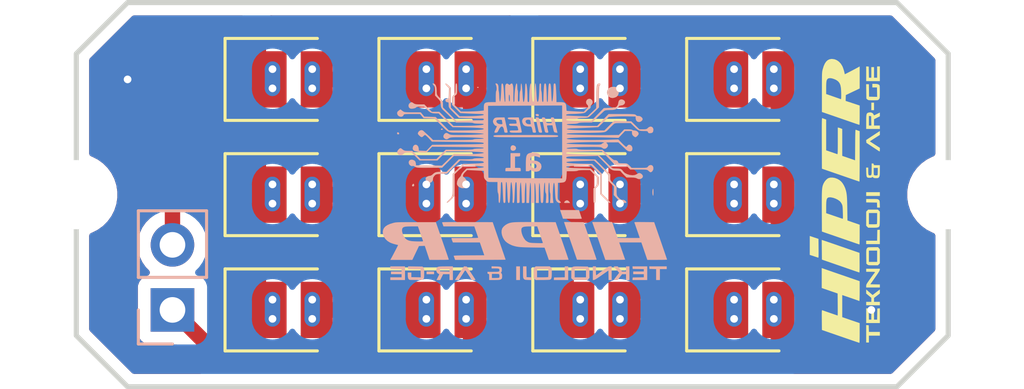
<source format=kicad_pcb>
(kicad_pcb (version 20240108) (generator "pcbnew") (generator_version "8.0")
  (layers (0 "F.Cu" signal) (31 "B.Cu" signal) (34 "B.Paste" user) (35 "F.Paste" user) (36 "B.SilkS" user "B.Silkscreen") (37 "F.SilkS" user "F.Silkscreen") (38 "B.Mask" user) (39 "F.Mask" user) (44 "Edge.Cuts" user))
  (net 0 "")
  (net 1 "/-LEDs-")
  (net 2 "/+24V+")
  (net 3 "Net-(L1-A)")
  (net 4 "Net-(L2-A)")
  (net 5 "Net-(L3-A)")
  (net 6 "Net-(L4-A)")
  (net 7 "Net-(L5-A)")
  (net 8 "Earth_Clean")
  (net 9 "Net-(L7-A)")
  (net 10 "Net-(L8-A)")
  (net 11 "Net-(L10-K)")
  (net 12 "Net-(L10-A)")
  (net 13 "Net-(L11-A)")
  (footprint "LED_SMD:LED_PLCC_2835" (layer "F.Cu") (at 30 23)
    (property "Reference" "L2" (hide yes))
    (property "Value" "LED" (hide yes))
    (pad "1" smd rect (at -0.9 0) (size 2.2 2.2) (layers "F.Cu" "F.Paste" "F.Mask") (net 3 "Net-(L1-A)"))
    (pad "1" thru_hole circle (at -0.35 -0.4) (size 0.6 0.6) (drill 0.3) (layers "*.Cu") (net 3 "Net-(L1-A)"))
    (pad "1" thru_hole circle (at -0.35 0.35) (size 0.6 0.6) (drill 0.3) (layers "*.Cu") (net 3 "Net-(L1-A)"))
    (pad "2" thru_hole circle (at 1.2 -0.4) (size 0.6 0.6) (drill 0.3) (layers "*.Cu") (net 4 "Net-(L2-A)"))
    (pad "2" thru_hole circle (at 1.2 0.35) (size 0.6 0.6) (drill 0.3) (layers "*.Cu") (net 4 "Net-(L2-A)"))
    (pad "2" smd rect (at 1.375 0) (size 1.25 2.2) (layers "F.Cu" "F.Paste" "F.Mask") (net 4 "Net-(L2-A)"))
  )
  (footprint "LED_SMD:LED_PLCC_2835" (layer "F.Cu") (at 30 27.5)
    (property "Reference" "L4" (hide yes))
    (property "Value" "LED" (hide yes))
    (pad "1" smd rect (at -0.9 0) (size 2.2 2.2) (layers "F.Cu" "F.Paste" "F.Mask") (net 5 "Net-(L3-A)"))
    (pad "1" thru_hole circle (at -0.35 -0.4) (size 0.6 0.6) (drill 0.3) (layers "*.Cu") (net 5 "Net-(L3-A)"))
    (pad "1" thru_hole circle (at -0.35 0.35) (size 0.6 0.6) (drill 0.3) (layers "*.Cu") (net 5 "Net-(L3-A)"))
    (pad "2" thru_hole circle (at 1.2 -0.4) (size 0.6 0.6) (drill 0.3) (layers "*.Cu") (net 6 "Net-(L4-A)"))
    (pad "2" thru_hole circle (at 1.2 0.35) (size 0.6 0.6) (drill 0.3) (layers "*.Cu") (net 6 "Net-(L4-A)"))
    (pad "2" smd rect (at 1.375 0) (size 1.25 2.2) (layers "F.Cu" "F.Paste" "F.Mask") (net 6 "Net-(L4-A)"))
  )
  (footprint "LED_SMD:LED_PLCC_2835" (layer "F.Cu") (at 36 23)
    (property "Reference" "L7" (hide yes))
    (property "Value" "LED" (hide yes))
    (pad "1" smd rect (at -0.9 0) (size 2.2 2.2) (layers "F.Cu" "F.Paste" "F.Mask") (net 1 "/-LEDs-"))
    (pad "1" thru_hole circle (at -0.35 -0.4) (size 0.6 0.6) (drill 0.3) (layers "*.Cu") (net 1 "/-LEDs-"))
    (pad "1" thru_hole circle (at -0.35 0.35) (size 0.6 0.6) (drill 0.3) (layers "*.Cu") (net 1 "/-LEDs-"))
    (pad "2" thru_hole circle (at 1.2 -0.4) (size 0.6 0.6) (drill 0.3) (layers "*.Cu") (net 9 "Net-(L7-A)"))
    (pad "2" thru_hole circle (at 1.2 0.35) (size 0.6 0.6) (drill 0.3) (layers "*.Cu") (net 9 "Net-(L7-A)"))
    (pad "2" smd rect (at 1.375 0) (size 1.25 2.2) (layers "F.Cu" "F.Paste" "F.Mask") (net 9 "Net-(L7-A)"))
  )
  (footprint "LED_SMD:LED_PLCC_2835" (layer "F.Cu") (at 36 27.5)
    (property "Reference" "L9" (hide yes))
    (property "Value" "LED" (hide yes))
    (pad "1" smd rect (at -0.9 0) (size 2.2 2.2) (layers "F.Cu" "F.Paste" "F.Mask") (net 10 "Net-(L8-A)"))
    (pad "1" thru_hole circle (at -0.35 -0.4) (size 0.6 0.6) (drill 0.3) (layers "*.Cu") (net 10 "Net-(L8-A)"))
    (pad "1" thru_hole circle (at -0.35 0.35) (size 0.6 0.6) (drill 0.3) (layers "*.Cu") (net 10 "Net-(L8-A)"))
    (pad "2" thru_hole circle (at 1.2 -0.4) (size 0.6 0.6) (drill 0.3) (layers "*.Cu") (net 11 "Net-(L10-K)"))
    (pad "2" thru_hole circle (at 1.2 0.35) (size 0.6 0.6) (drill 0.3) (layers "*.Cu") (net 11 "Net-(L10-K)"))
    (pad "2" smd rect (at 1.375 0) (size 1.25 2.2) (layers "F.Cu" "F.Paste" "F.Mask") (net 11 "Net-(L10-K)"))
  )
  (footprint "LED_SMD:LED_PLCC_2835" (layer "F.Cu") (at 24 23)
    (property "Reference" "L1" (hide yes))
    (property "Value" "LED" (hide yes))
    (pad "1" smd rect (at -0.9 0) (size 2.2 2.2) (layers "F.Cu" "F.Paste" "F.Mask") (net 1 "/-LEDs-"))
    (pad "1" thru_hole circle (at -0.35 -0.4) (size 0.6 0.6) (drill 0.3) (layers "*.Cu") (net 1 "/-LEDs-"))
    (pad "1" thru_hole circle (at -0.35 0.35) (size 0.6 0.6) (drill 0.3) (layers "*.Cu") (net 1 "/-LEDs-"))
    (pad "2" thru_hole circle (at 1.2 -0.4) (size 0.6 0.6) (drill 0.3) (layers "*.Cu") (net 3 "Net-(L1-A)"))
    (pad "2" thru_hole circle (at 1.2 0.35) (size 0.6 0.6) (drill 0.3) (layers "*.Cu") (net 3 "Net-(L1-A)"))
    (pad "2" smd rect (at 1.375 0) (size 1.25 2.2) (layers "F.Cu" "F.Paste" "F.Mask") (net 3 "Net-(L1-A)"))
  )
  (footprint "LED_SMD:LED_PLCC_2835" (layer "F.Cu") (at 24 27.5)
    (property "Reference" "L3" (hide yes))
    (property "Value" "LED" (hide yes))
    (pad "1" smd rect (at -0.9 0) (size 2.2 2.2) (layers "F.Cu" "F.Paste" "F.Mask") (net 4 "Net-(L2-A)"))
    (pad "1" thru_hole circle (at -0.35 -0.4) (size 0.6 0.6) (drill 0.3) (layers "*.Cu") (net 4 "Net-(L2-A)"))
    (pad "1" thru_hole circle (at -0.35 0.35) (size 0.6 0.6) (drill 0.3) (layers "*.Cu") (net 4 "Net-(L2-A)"))
    (pad "2" thru_hole circle (at 1.2 -0.4) (size 0.6 0.6) (drill 0.3) (layers "*.Cu") (net 5 "Net-(L3-A)"))
    (pad "2" thru_hole circle (at 1.2 0.35) (size 0.6 0.6) (drill 0.3) (layers "*.Cu") (net 5 "Net-(L3-A)"))
    (pad "2" smd rect (at 1.375 0) (size 1.25 2.2) (layers "F.Cu" "F.Paste" "F.Mask") (net 5 "Net-(L3-A)"))
  )
  (footprint "LED_SMD:LED_PLCC_2835" (layer "F.Cu") (at 42 27.5)
    (property "Reference" "L10" (hide yes))
    (property "Value" "LED" (hide yes))
    (pad "1" smd rect (at -0.9 0) (size 2.2 2.2) (layers "F.Cu" "F.Paste" "F.Mask") (net 11 "Net-(L10-K)"))
    (pad "1" thru_hole circle (at -0.35 -0.4) (size 0.6 0.6) (drill 0.3) (layers "*.Cu") (net 11 "Net-(L10-K)"))
    (pad "1" thru_hole circle (at -0.35 0.35) (size 0.6 0.6) (drill 0.3) (layers "*.Cu") (net 11 "Net-(L10-K)"))
    (pad "2" thru_hole circle (at 1.2 -0.4) (size 0.6 0.6) (drill 0.3) (layers "*.Cu") (net 12 "Net-(L10-A)"))
    (pad "2" thru_hole circle (at 1.2 0.35) (size 0.6 0.6) (drill 0.3) (layers "*.Cu") (net 12 "Net-(L10-A)"))
    (pad "2" smd rect (at 1.375 0) (size 1.25 2.2) (layers "F.Cu" "F.Paste" "F.Mask") (net 12 "Net-(L10-A)"))
  )
  (footprint "LED_SMD:LED_PLCC_2835" (layer "F.Cu") (at 42 23)
    (property "Reference" "L8" (hide yes))
    (property "Value" "LED" (hide yes))
    (pad "1" smd rect (at -0.9 0) (size 2.2 2.2) (layers "F.Cu" "F.Paste" "F.Mask") (net 9 "Net-(L7-A)"))
    (pad "1" thru_hole circle (at -0.35 -0.4) (size 0.6 0.6) (drill 0.3) (layers "*.Cu") (net 9 "Net-(L7-A)"))
    (pad "1" thru_hole circle (at -0.35 0.35) (size 0.6 0.6) (drill 0.3) (layers "*.Cu") (net 9 "Net-(L7-A)"))
    (pad "2" thru_hole circle (at 1.2 -0.4) (size 0.6 0.6) (drill 0.3) (layers "*.Cu") (net 10 "Net-(L8-A)"))
    (pad "2" thru_hole circle (at 1.2 0.35) (size 0.6 0.6) (drill 0.3) (layers "*.Cu") (net 10 "Net-(L8-A)"))
    (pad "2" smd rect (at 1.375 0) (size 1.25 2.2) (layers "F.Cu" "F.Paste" "F.Mask") (net 10 "Net-(L8-A)"))
  )
  (footprint "LED_SMD:LED_PLCC_2835" (layer "F.Cu") (at 30 32)
    (property "Reference" "L6" (hide yes))
    (property "Value" "LED" (hide yes))
    (pad "1" smd rect (at -0.9 0) (size 2.2 2.2) (layers "F.Cu" "F.Paste" "F.Mask") (net 7 "Net-(L5-A)"))
    (pad "1" thru_hole circle (at -0.35 -0.4) (size 0.6 0.6) (drill 0.3) (layers "*.Cu") (net 7 "Net-(L5-A)"))
    (pad "1" thru_hole circle (at -0.35 0.35) (size 0.6 0.6) (drill 0.3) (layers "*.Cu") (net 7 "Net-(L5-A)"))
    (pad "2" thru_hole circle (at 1.2 -0.4) (size 0.6 0.6) (drill 0.3) (layers "*.Cu") (net 2 "/+24V+"))
    (pad "2" thru_hole circle (at 1.2 0.35) (size 0.6 0.6) (drill 0.3) (layers "*.Cu") (net 2 "/+24V+"))
    (pad "2" smd rect (at 1.375 0) (size 1.25 2.2) (layers "F.Cu" "F.Paste" "F.Mask") (net 2 "/+24V+"))
  )
  (footprint "LOGO" (layer "F.Cu") (at 46 27.75 90)
    (property "Reference" "hiper" (hide yes))
    (property "Value" "LOGO" (hide yes))
  )
  (footprint "LED_SMD:LED_PLCC_2835" (layer "F.Cu") (at 36 32)
    (property "Reference" "L11" (hide yes))
    (property "Value" "LED" (hide yes))
    (pad "1" smd rect (at -0.9 0) (size 2.2 2.2) (layers "F.Cu" "F.Paste" "F.Mask") (net 12 "Net-(L10-A)"))
    (pad "1" thru_hole circle (at -0.35 -0.4) (size 0.6 0.6) (drill 0.3) (layers "*.Cu") (net 12 "Net-(L10-A)"))
    (pad "1" thru_hole circle (at -0.35 0.35) (size 0.6 0.6) (drill 0.3) (layers "*.Cu") (net 12 "Net-(L10-A)"))
    (pad "2" thru_hole circle (at 1.2 -0.4) (size 0.6 0.6) (drill 0.3) (layers "*.Cu") (net 13 "Net-(L11-A)"))
    (pad "2" thru_hole circle (at 1.2 0.35) (size 0.6 0.6) (drill 0.3) (layers "*.Cu") (net 13 "Net-(L11-A)"))
    (pad "2" smd rect (at 1.375 0) (size 1.25 2.2) (layers "F.Cu" "F.Paste" "F.Mask") (net 13 "Net-(L11-A)"))
  )
  (footprint "LED_SMD:LED_PLCC_2835" (layer "F.Cu") (at 24 32)
    (property "Reference" "L5" (hide yes))
    (property "Value" "LED" (hide yes))
    (pad "1" smd rect (at -0.9 0) (size 2.2 2.2) (layers "F.Cu" "F.Paste" "F.Mask") (net 6 "Net-(L4-A)"))
    (pad "1" thru_hole circle (at -0.35 -0.4) (size 0.6 0.6) (drill 0.3) (layers "*.Cu") (net 6 "Net-(L4-A)"))
    (pad "1" thru_hole circle (at -0.35 0.35) (size 0.6 0.6) (drill 0.3) (layers "*.Cu") (net 6 "Net-(L4-A)"))
    (pad "2" thru_hole circle (at 1.2 -0.4) (size 0.6 0.6) (drill 0.3) (layers "*.Cu") (net 7 "Net-(L5-A)"))
    (pad "2" thru_hole circle (at 1.2 0.35) (size 0.6 0.6) (drill 0.3) (layers "*.Cu") (net 7 "Net-(L5-A)"))
    (pad "2" smd rect (at 1.375 0) (size 1.25 2.2) (layers "F.Cu" "F.Paste" "F.Mask") (net 7 "Net-(L5-A)"))
  )
  (footprint "NetTie:NetTie-2_SMD_Pad0.5mm" (layer "F.Cu") (at 19.5 22)
    (property "Reference" "CMN1" (hide yes))
    (property "Value" "EarthClean" (hide yes))
    (fp_poly (pts (xy -0.5 -0.25) (xy 0.5 -0.25) (xy 0.5 0.25) (xy -0.5 0.25)) (fill solid) (layer "F.Cu"))
    (pad "1" smd circle (at -0.5 0) (size 0.5 0.5) (layers "F.Cu") (net 8 "Earth_Clean"))
    (pad "2" smd circle (at 0.5 0) (size 0.5 0.5) (layers "F.Cu") (net 8 "Earth_Clean"))
  )
  (footprint "MountingHole:MountingHole_2.7mm_M2.5" (layer "F.Cu") (at 50 27.5)
    (property "Reference" "H1" (hide yes))
    (property "Value" "MountingHole_2.7mm_M2.5" (hide yes))
    (pad "" np_thru_hole circle (at 0 0) (size 2.7 2.7) (drill 2.7) (layers "*.Cu" "*.Mask"))
  )
  (footprint "MountingHole:MountingHole_2.7mm_M2.5" (layer "F.Cu") (at 16 27.5)
    (property "Reference" "H1" (hide yes))
    (property "Value" "MountingHole_2.7mm_M2.5" (hide yes))
    (pad "" np_thru_hole circle (at 0 0) (size 2.7 2.7) (drill 2.7) (layers "F&B.Cu" "*.Mask"))
  )
  (footprint "LED_SMD:LED_PLCC_2835" (layer "F.Cu") (at 42 32)
    (property "Reference" "L12" (hide yes))
    (property "Value" "LED" (hide yes))
    (pad "1" smd rect (at -0.9 0) (size 2.2 2.2) (layers "F.Cu" "F.Paste" "F.Mask") (net 13 "Net-(L11-A)"))
    (pad "1" thru_hole circle (at -0.35 -0.4) (size 0.6 0.6) (drill 0.3) (layers "*.Cu") (net 13 "Net-(L11-A)"))
    (pad "1" thru_hole circle (at -0.35 0.35) (size 0.6 0.6) (drill 0.3) (layers "*.Cu") (net 13 "Net-(L11-A)"))
    (pad "2" thru_hole circle (at 1.2 -0.4) (size 0.6 0.6) (drill 0.3) (layers "*.Cu") (net 2 "/+24V+"))
    (pad "2" thru_hole circle (at 1.2 0.35) (size 0.6 0.6) (drill 0.3) (layers "*.Cu") (net 2 "/+24V+"))
    (pad "2" smd rect (at 1.375 0) (size 1.25 2.2) (layers "F.Cu" "F.Paste" "F.Mask") (net 2 "/+24V+"))
  )
  (footprint "LOGO" (layer "B.Cu") (at 33.506154 25.479934 180)
    (property "Reference" "ai" (hide yes))
    (property "Value" "LOGO" (hide yes))
  )
  (footprint "Connector_PinHeader_2.54mm:PinHeader_1x02_P2.54mm_Vertical" (layer "B.Cu") (at 19.75 32)
    (property "Reference" "J1" (hide yes))
    (property "Value" "2pin connector" (hide yes))
    (pad "1" thru_hole rect (at 0 0) (size 1.7 1.7) (drill 1) (layers "*.Cu" "*.Mask") (net 2 "/+24V+"))
    (pad "2" thru_hole oval (at 0 -2.54) (size 1.7 1.7) (drill 1) (layers "*.Cu" "*.Mask") (net 1 "/-LEDs-"))
  )
  (footprint "LOGO" (layer "B.Cu") (at 33.5 29.5 180)
    (property "Reference" "hiper" (hide yes))
    (property "Value" "LOGO" (hide yes))
  )
  (gr_poly (pts (xy 16 22) (xy 18 20) (xy 48 20) (xy 50 22) (xy 50 33) (xy 48 35) (xy 18 35) (xy 16 33)) (stroke (width 0.2)) (fill none) (layer "Edge.Cuts"))
  (segment (start 32.9 20.8) (end 35.1 23) (width 0.6) (layer "F.Cu") (net 1))
  (segment (start 23.1 23) (end 23.1 21.3) (width 0.6) (layer "F.Cu") (net 1))
  (segment (start 23.1 21.3) (end 23.6 20.8) (width 0.6) (layer "F.Cu") (net 1))
  (segment (start 19.75 26.35) (end 23.1 23) (width 0.6) (layer "F.Cu") (net 1))
  (segment (start 23.6 20.8) (end 32.9 20.8) (width 0.6) (layer "F.Cu") (net 1))
  (segment (start 19.75 29.46) (end 19.75 26.35) (width 0.6) (layer "F.Cu") (net 1))
  (segment (start 23.65 22.6) (end 23.65 23.35) (width 0.6) (layer "B.Cu") (net 1))
  (segment (start 35.65 22.6) (end 35.65 23.35) (width 0.6) (layer "B.Cu") (net 1))
  (segment (start 31.375 34) (end 21.75 34) (width 0.6) (layer "F.Cu") (net 2))
  (segment (start 31.375 32) (end 31.375 34) (width 0.6) (layer "F.Cu") (net 2))
  (segment (start 21.75 34) (end 19.75 32) (width 0.6) (layer "F.Cu") (net 2))
  (segment (start 43.375 33.7) (end 43.075 34) (width 0.6) (layer "F.Cu") (net 2))
  (segment (start 43.375 32) (end 43.375 33.7) (width 0.6) (layer "F.Cu") (net 2))
  (segment (start 43.075 34) (end 31.375 34) (width 0.6) (layer "F.Cu") (net 2))
  (segment (start 43.2 31.6) (end 43.2 32.35) (width 0.6) (layer "B.Cu") (net 2))
  (segment (start 31.2 31.6) (end 31.2 32.35) (width 0.6) (layer "B.Cu") (net 2))
  (segment (start 25.375 23) (end 29.1 23) (width 0.6) (layer "F.Cu") (net 3))
  (segment (start 25.2 22.6) (end 25.2 23.35) (width 0.6) (layer "B.Cu") (net 3))
  (segment (start 29.65 22.6) (end 29.65 23.35) (width 0.6) (layer "B.Cu") (net 3))
  (segment (start 31.375 23) (end 31.375 24.7) (width 0.6) (layer "F.Cu") (net 4))
  (segment (start 30.771842 25.303158) (end 23.596842 25.303158) (width 0.6) (layer "F.Cu") (net 4))
  (segment (start 23.596842 25.303158) (end 23.1 25.8) (width 0.6) (layer "F.Cu") (net 4))
  (segment (start 23.1 25.8) (end 23.1 27.5) (width 0.6) (layer "F.Cu") (net 4))
  (segment (start 31.375 24.7) (end 30.771842 25.303158) (width 0.6) (layer "F.Cu") (net 4))
  (segment (start 23.65 27.1) (end 23.65 27.85) (width 0.6) (layer "B.Cu") (net 4))
  (segment (start 31.2 22.6) (end 31.2 23.35) (width 0.6) (layer "B.Cu") (net 4))
  (segment (start 25.375 27.5) (end 29.1 27.5) (width 0.6) (layer "F.Cu") (net 5))
  (segment (start 25.2 27.1) (end 25.2 27.85) (width 0.6) (layer "B.Cu") (net 5))
  (segment (start 29.65 27.1) (end 29.65 27.85) (width 0.6) (layer "B.Cu") (net 5))
  (segment (start 23.1 30.288076) (end 23.1 32) (width 0.6) (layer "F.Cu") (net 6))
  (segment (start 31.375 27.5) (end 31.375 29.329399) (width 0.6) (layer "F.Cu") (net 6))
  (segment (start 23.683677 29.704399) (end 23.1 30.288076) (width 0.6) (layer "F.Cu") (net 6))
  (segment (start 31 29.704399) (end 23.683677 29.704399) (width 0.6) (layer "F.Cu") (net 6))
  (segment (start 31.375 29.329399) (end 31 29.704399) (width 0.6) (layer "F.Cu") (net 6))
  (segment (start 31.2 27.1) (end 31.2 27.85) (width 0.6) (layer "B.Cu") (net 6))
  (segment (start 23.65 31.6) (end 23.65 32.35) (width 0.6) (layer "B.Cu") (net 6))
  (segment (start 25.375 32) (end 29.1 32) (width 0.6) (layer "F.Cu") (net 7))
  (segment (start 29.65 31.6) (end 29.65 32.35) (width 0.6) (layer "B.Cu") (net 7))
  (segment (start 25.2 31.6) (end 25.2 32.35) (width 0.6) (layer "B.Cu") (net 7))
  (via (at 18 23) (size 0.6) (drill 0.3) (layers "F.Cu" "B.Cu") (net 8))
  (via (at 47 32) (size 0.6) (drill 0.3) (layers "F.Cu" "B.Cu") (net 8))
  (segment (start 37.375 23) (end 41.1 23) (width 0.6) (layer "F.Cu") (net 9))
  (segment (start 37.2 22.6) (end 37.2 23.35) (width 0.6) (layer "B.Cu") (net 9))
  (segment (start 41.65 22.6) (end 41.65 23.35) (width 0.6) (layer "B.Cu") (net 9))
  (segment (start 35.1 25.8) (end 35.1 27.5) (width 0.6) (layer "F.Cu") (net 10))
  (segment (start 43.375 23) (end 43.375 24.625) (width 0.6) (layer "F.Cu") (net 10))
  (segment (start 43.375 24.625) (end 42.673983 25.326017) (width 0.6) (layer "F.Cu") (net 10))
  (segment (start 42.673983 25.326017) (end 35.573983 25.326017) (width 0.6) (layer "F.Cu") (net 10))
  (segment (start 35.573983 25.326017) (end 35.1 25.8) (width 0.6) (layer "F.Cu") (net 10))
  (segment (start 43.2 22.6) (end 43.2 23.35) (width 0.6) (layer "B.Cu") (net 10))
  (segment (start 35.65 27.1) (end 35.65 27.85) (width 0.6) (layer "B.Cu") (net 10))
  (segment (start 37.375 27.5) (end 41.1 27.5) (width 0.6) (layer "F.Cu") (net 11))
  (segment (start 37.2 27.1) (end 37.2 27.85) (width 0.6) (layer "B.Cu") (net 11))
  (segment (start 41.65 27.1) (end 41.65 27.85) (width 0.6) (layer "B.Cu") (net 11))
  (segment (start 43.375 29.006813) (end 42.691363 29.69045) (width 0.6) (layer "F.Cu") (net 12))
  (segment (start 43.375 27.5) (end 43.375 29.006813) (width 0.6) (layer "F.Cu") (net 12))
  (segment (start 35.1 30.3) (end 35.1 32) (width 0.6) (layer "F.Cu") (net 12))
  (segment (start 35.70955 29.69045) (end 35.1 30.3) (width 0.6) (layer "F.Cu") (net 12))
  (segment (start 42.691363 29.69045) (end 35.70955 29.69045) (width 0.6) (layer "F.Cu") (net 12))
  (segment (start 43.2 27.1) (end 43.2 27.85) (width 0.6) (layer "B.Cu") (net 12))
  (segment (start 35.65 31.6) (end 35.65 32.35) (width 0.6) (layer "B.Cu") (net 12))
  (segment (start 37.375 32) (end 41.1 32) (width 0.6) (layer "F.Cu") (net 13))
  (segment (start 37.2 31.6) (end 37.2 32.35) (width 0.6) (layer "B.Cu") (net 13))
  (segment (start 41.65 31.6) (end 41.65 32.35) (width 0.6) (layer "B.Cu") (net 13))
  (zone (net 8) (net_name "Earth_Clean") (layers "F&B.Cu") (priority 1) (connect_pads (clearance 0.5)) (min_thickness 0.25) (fill yes (thermal_gap 0.5) (thermal_bridge_width 0.5))
    (polygon (pts (xy 16 22) (xy 18 20) (xy 48 20) (xy 50 22) (xy 50 33) (xy 48 35) (xy 18 35) (xy 16 33)))
  )
)
</source>
